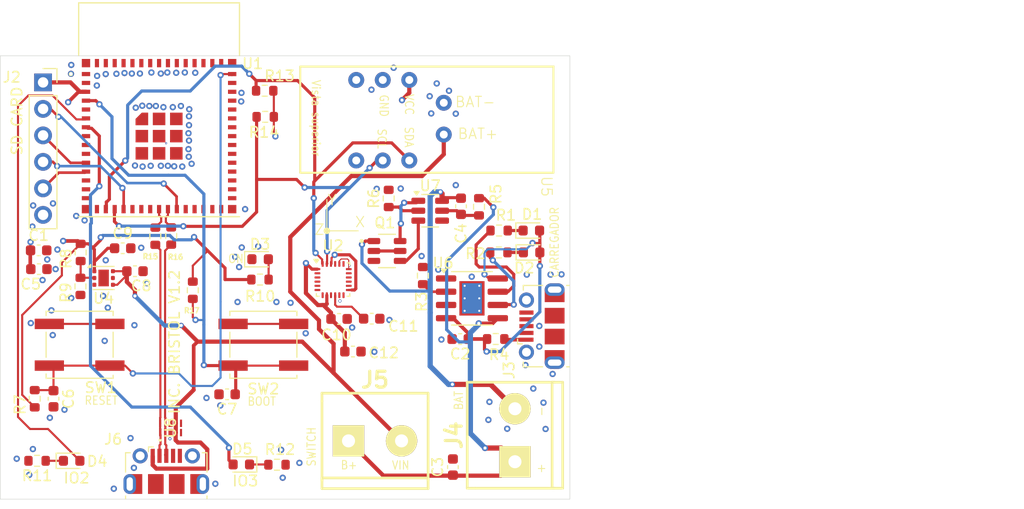
<source format=kicad_pcb>
(kicad_pcb (version 20241229) (generator "pcbnew") (generator_version "9.0")
  (layers (0 "F.Cu" jumper) (4 "In1.Cu" power "OUT-") (6 "In2.Cu" power "3V3") (2 "B.Cu" signal) (13 "F.Paste" user) (15 "B.Paste" user) (5 "F.SilkS" user "F.Silkscreen") (7 "B.SilkS" user "B.Silkscreen") (1 "F.Mask" user) (3 "B.Mask" user) (25 "Edge.Cuts" user))
  (net 0 "")
  (net 1 "/3V3")
  (net 2 "OUT-")
  (net 3 "/VBUSBAT")
  (net 4 "B+")
  (net 5 "Net-(U7-VCC)")
  (net 6 "B-")
  (net 7 "/ESP32_EN")
  (net 8 "/GPIO_0")
  (net 9 "VIN")
  (net 10 "Net-(U2-REGOUT)")
  (net 11 "Net-(D1-K)")
  (net 12 "Net-(D2-K)")
  (net 13 "Net-(D3-A)")
  (net 14 "/ESP_LED_1")
  (net 15 "Net-(D4-K)")
  (net 16 "Net-(D5-K)")
  (net 17 "/ESP_LED_2")
  (net 18 "/USB_N")
  (net 19 "/USB_P")
  (net 20 "/MISO")
  (net 21 "/CLK")
  (net 22 "/MOSI")
  (net 23 "/CS")
  (net 27 "Net-(J3-VBUS)")
  (net 28 "Net-(U7-OC)")
  (net 29 "Net-(U7-OD)")
  (net 30 "/CHRG")
  (net 31 "/STDBY")
  (net 32 "Net-(U6-PROG)")
  (net 33 "Net-(U7-CS)")
  (net 34 "Net-(U4-FB)")
  (net 35 "/SDA")
  (net 36 "/SCL")
  (net 73 "Net-(Q1-Pad2)")
  (net 77 "/IN_N")
  (net 78 "/IN_P")
  (footprint "Capacitor_SMD:C_0603_1608Metric" (layer "F.Cu") (at 84.35 134.575)
    (property "Reference" "C10")
    (property "Value" "0,1uF" (hide yes))
  )
  (footprint "Capacitor_SMD:C_0603_1608Metric" (layer "F.Cu") (at 73.625 141.8 180)
    (property "Reference" "C7")
    (property "Value" "0,1uF" (hide yes))
  )
  (footprint "Resistor_SMD:R_0603_1608Metric" (layer "F.Cu") (at 97.75 123.825 -90)
    (property "Reference" "R5")
    (property "Value" "100" (hide yes))
  )
  (footprint "Sensor_Motion:InvenSense_QFN-24_3x3mm_P0.4mm" (layer "F.Cu") (at 83.775 130.8)
    (property "Reference" "U2")
    (property "Value" "MPU-9250" (hide yes))
  )
  (footprint "Resistor_SMD:R_0603_1608Metric" (layer "F.Cu") (at 77.275 115.2)
    (property "Reference" "R14")
    (property "Value" "4,7K" (hide yes))
  )
  (footprint "LED_SMD:LED_0603_1608Metric" (layer "F.Cu") (at 58.7375 148.175)
    (property "Reference" "D4")
    (property "Value" "BLUE" (hide yes))
  )
  (footprint "Resistor_SMD:R_0603_1608Metric" (layer "F.Cu") (at 55.425 148.175 180)
    (property "Reference" "R11")
    (property "Value" "1K" (hide yes))
  )
  (footprint "Package_SO:SOIC-8-1EP_3.9x4.9mm_P1.27mm_EP2.41x3.3mm_ThermalVias" (layer "F.Cu") (at 97.075 132.6)
    (property "Reference" "U6")
    (property "Value" "TP4056-42-ESOP8" (hide yes))
  )
  (footprint "Button_Switch_SMD:SW_Push_1P1T_NO_CK_KSC6xxJ" (layer "F.Cu") (at 77.1 137.05)
    (property "Reference" "SW2")
    (property "Value" "BOOT1" (hide yes))
  )
  (footprint "Resistor_SMD:R_0603_1608Metric" (layer "F.Cu") (at 59.579477 131.451958 -90)
    (property "Reference" "R9")
    (property "Value" "200K" (hide yes))
  )
  (footprint "Resistor_SMD:R_0603_1608Metric" (layer "F.Cu") (at 77.225 112.7)
    (property "Reference" "R13")
    (property "Value" "4,7K" (hide yes))
  )
  (footprint "Button_Switch_SMD:SW_Push_1P1T_NO_CK_KSC6xxJ" (layer "F.Cu") (at 59.5 137.05)
    (property "Reference" "SW1")
    (property "Value" "RESET1" (hide yes))
  )
  (footprint "Connector_USB:USB_Micro-B_Molex-105017-0001" (layer "F.Cu") (at 67.8 149.1625)
    (property "Reference" "J6")
    (property "Value" "USB_B_Micro" (hide yes))
  )
  (footprint "Resistor_SMD:R_0603_1608Metric" (layer "F.Cu") (at 78.4 148.55)
    (property "Reference" "R12")
    (property "Value" "1K" (hide yes))
  )
  (footprint "Resistor_SMD:R_0603_1608Metric" (layer "F.Cu") (at 99.65 128.2)
    (property "Reference" "R2")
    (property "Value" "1K" (hide yes))
  )
  (footprint "MAX17043_module:MAX" (layer "F.Cu") (at 149.715 133.762 -90)
    (property "Reference" "U5")
    (property "Value" "~" (hide yes))
  )
  (footprint "Connector_USB:USB_Micro-B_Molex-105017-0001" (layer "F.Cu") (at 103.7555 135.264 90)
    (property "Reference" "J3")
    (property "Value" "USB_B_Micro" (hide yes))
  )
  (footprint "Resistor_SMD:R_0603_1608Metric" (layer "F.Cu") (at 92.375 130.425 90)
    (property "Reference" "R3")
    (property "Value" "3K" (hide yes))
  )
  (footprint "Capacitor_SMD:C_0603_1608Metric" (layer "F.Cu") (at 55.5775 128)
    (property "Reference" "C1")
    (property "Value" "0,1uF" (hide yes))
  )
  (footprint "Package_SON:WSON-6-1EP_2x2mm_P0.65mm_EP1x1.6mm" (layer "F.Cu") (at 61.8 130.65)
    (property "Reference" "U4")
    (property "Value" "TLV75801PDRV" (hide yes))
  )
  (footprint "LED_SMD:LED_0603_1608Metric" (layer "F.Cu") (at 74.9875 148.525 180)
    (property "Reference" "D5")
    (property "Value" "GREEN" (hide yes))
  )
  (footprint "Capacitor_SMD:C_0603_1608Metric" (layer "F.Cu") (at 85.675 137.7)
    (property "Reference" "C12")
    (property "Value" "10nF" (hide yes))
  )
  (footprint "Connector_PinSocket_2.54mm:PinSocket_1x06_P2.54mm_Vertical" (layer "F.Cu") (at 56 111.9)
    (property "Reference" "J2")
    (property "Value" "Conn_01x06_Socket" (hide yes))
  )
  (footprint "Capacitor_SMD:C_0603_1608Metric" (layer "F.Cu") (at 63.625 127.8)
    (property "Reference" "C9")
    (property "Value" "10uF" (hide yes))
  )
  (footprint "footprints:UDFN10_ONS" (layer "F.Cu") (at 68.210001 145.0245 90)
    (property "Reference" "U8")
    (property "Value" "ESD7104MUTAG")
  )
  (footprint "mod_conn_screw:mors_2p" (layer "F.Cu") (at 87.793 146.264)
    (property "Reference" "J5")
    (property "Value" "Screw terminal for switch" (hide yes))
  )
  (footprint "Capacitor_SMD:C_0603_1608Metric" (layer "F.Cu") (at 55.6 129.8)
    (property "Reference" "C5")
    (property "Value" "10uF" (hide yes))
  )
  (footprint "Resistor_SMD:R_0603_1608Metric" (layer "F.Cu") (at 70.34 131.825 -90)
    (property "Reference" "R17")
    (property "Value" "10K" (hide yes))
  )
  (footprint "Resistor_SMD:R_0603_1608Metric" (layer "F.Cu") (at 76.775 130.8)
    (property "Reference" "R10")
    (property "Value" "1K" (hide yes))
  )
  (footprint "Resistor_SMD:R_0603_1608Metric" (layer "F.Cu") (at 99.675 126.1)
    (property "Reference" "R1")
    (property "Value" "1K" (hide yes))
  )
  (footprint "mod_conn_screw:mors_2p" (layer "F.Cu") (at 101.193 145.724 90)
    (property "Reference" "J4")
    (property "Value" "Screw_Terminal_01x02" (hide yes))
  )
  (footprint "Capacitor_SMD:C_0603_1608Metric" (layer "F.Cu") (at 87.475 134.55)
    (property "Reference" "C11")
    (property "Value" "0,1uF" (hide yes))
  )
  (footprint "LED_SMD:LED_0603_1608Metric" (layer "F.Cu") (at 102.7625 126.1)
    (property "Reference" "D1")
    (property "Value" "RED" (hide yes))
  )
  (footprint "FS8205:SOT95P280X145-6N" (layer "F.Cu") (at 88.94 128.06)
    (property "Reference" "Q1")
    (property "Value" "FS8205" (hide yes))
  )
  (footprint "Capacitor_SMD:C_0603_1608Metric" (layer "F.Cu") (at 95.95 136.5 180)
    (property "Reference" "C2")
    (property "Value" "0,1uF")
  )
  (footprint "Resistor_SMD:R_0603_1608Metric" (layer "F.Cu") (at 66.75 126.645 -90)
    (property "Reference" "R15")
    (property "Value" "22r" (hide yes))
  )
  (footprint "Resistor_SMD:R_0603_1608Metric" (layer "F.Cu") (at 59.6 128.2 -90)
    (property "Reference" "R8")
    (property "Value" "1M" (hide yes))
  )
  (footprint "ESP32-S3-MINI-1-N8:XCVR_ESP32-S3-MINI-1-N8" (layer "F.Cu") (at 67.11 117.05)
    (property "Reference" "U1")
    (property "Value" "ESP32-S3-MINI-1" (hide yes))
  )
  (footprint "Capacitor_SMD:C_0603_1608Metric" (layer "F.Cu") (at 57 142.225 -90)
    (property "Reference" "C6")
    (property "Value" "0,1uF" (hide yes))
  )
  (footprint "Capacitor_SMD:C_0603_1608Metric" (layer "F.Cu") (at 95.25 148.775 -90)
    (property "Reference" "C3")
    (property "Value" "10uF" (hide yes))
  )
  (footprint "Capacitor_SMD:C_0603_1608Metric" (layer "F.Cu") (at 96.025 123.775 90)
    (property "Reference" "C4")
    (property "Value" "0,1uF" (hide yes))
  )
  (footprint "Resistor_SMD:R_0603_1608Metric" (layer "F.Cu") (at 55.2 142.225 90)
    (property "Reference" "R7")
    (property "Value" "10K" (hide yes))
  )
  (footprint "LED_SMD:LED_0603_1608Metric" (layer "F.Cu") (at 102.7875 128.2)
    (property "Reference" "D2")
    (property "Value" "GREEN" (hide yes))
  )
  (footprint "Resistor_SMD:R_0603_1608Metric" (layer "F.Cu") (at 89.1 123.025 90)
    (property "Reference" "R6")
    (property "Value" "1K" (hide yes))
  )
  (footprint "Resistor_SMD:R_0603_1608Metric" (layer "F.Cu") (at 68.27 126.625 -90)
    (property "Reference" "R16")
    (property "Value" "22r" (hide yes))
  )
  (footprint "LED_SMD:LED_0603_1608Metric" (layer "F.Cu") (at 76.7875 128.85)
    (property "Reference" "D3")
    (property "Value" "LED" (hide yes))
  )
  (footprint "Package_TO_SOT_SMD:SOT-23-6" (layer "F.Cu") (at 93.075 124.2)
    (property "Reference" "U7")
    (property "Value" "DW01A" (hide yes))
  )
  (footprint "Capacitor_SMD:C_0603_1608Metric" (layer "F.Cu") (at 64.8 130)
    (property "Reference" "C8")
    (property "Value" "10uF" (hide yes))
  )
  (footprint "Resistor_SMD:R_0603_1608Metric" (layer "F.Cu") (at 99.35 136.5 180)
    (property "Reference" "R4")
    (property "Value" "0.4" (hide yes))
  )
  (gr_line (start 86.18 126.13) (end 83.18 126.13) (stroke (width 0.1)) (layer "F.SilkS"))
  (gr_circle (center 83.18 126.13) (end 83.44 126.13) (stroke (width 0.1)) (fill yes) (layer "F.SilkS"))
  (gr_line (start 83.18 126.13) (end 83.18 123.13) (stroke (width 0.1)) (layer "F.SilkS"))
  (gr_rect (start 51.9 109.35) (end 106.453584 151.851704) (stroke (width 0.05)) (fill no) (layer "Edge.Cuts"))
  (gr_text "BAT\n" (at 96.275 143.375 90) (layer "F.SilkS") (effects (font (size 0.8 0.7) (thickness 0.1)) (justify left bottom)))
  (gr_text "Y" (at 83.18 123.76103 0) (layer "F.SilkS") (effects (font (size 1 1) (thickness 0.1)) (justify left bottom)))
  (gr_text "ON" (at 73.675 129.275 0) (layer "F.SilkS") (effects (font (size 0.8 0.7) (thickness 0.1)) (justify left bottom)))
  (gr_text "-\n" (at 104.175 144 90) (layer "F.SilkS") (effects (font (size 0.8 0.8) (thickness 0.1)) (justify left bottom)))
  (gr_text "Z" (at 81.925 126.596201 0) (layer "F.SilkS") (effects (font (size 1 1) (thickness 0.1)) (justify left bottom)))
  (gr_text "INC. BRISTOL V1.2" (at 68.58 136.78 90) (layer "F.SilkS") (effects (font (size 1 1))))
  (gr_text "SD CARD" (at 53.5 115.59 90) (layer "F.SilkS") (effects (font (size 1 1))))
  (gr_text "RESET" (at 59.919332 142.861765 0) (layer "F.SilkS") (effects (font (size 0.8 0.7) (thickness 0.1)) (justify left bottom)))
  (gr_text "+\n" (at 104.15 149.475 90) (layer "F.SilkS") (effects (font (size 0.8 0.8) (thickness 0.1)) (justify left bottom)))
  (gr_text "SWITCH" (at 82.175 148.775 90) (layer "F.SilkS") (effects (font (size 0.8 0.7) (thickness 0.1)) (justify left bottom)))
  (gr_text "IO3" (at 75.37 150.11 0) (layer "F.SilkS") (effects (font (size 1 1))))
  (gr_text "VIN" (at 89.35 149.075 0) (layer "F.SilkS") (effects (font (size 0.8 0.7) (thickness 0.1)) (justify left bottom)))
  (gr_text "IO2\n" (at 59.21 149.83 0) (layer "F.SilkS") (effects (font (size 1 1))))
  (gr_text "CARREGADOR" (at 105.45 130.68 90) (layer "F.SilkS") (effects (font (size 0.8 0.7) (thickness 0.1)) (justify left bottom)))
  (gr_text "B+\n" (at 84.45 149.05 0) (layer "F.SilkS") (effects (font (size 0.8 0.7) (thickness 0.1)) (justify left bottom)))
  (gr_text "X" (at 85.82 125.87 0) (layer "F.SilkS") (effects (font (size 1 1) (thickness 0.1)) (justify left bottom)))
  (gr_text "BOOT\n" (at 75.525 142.95 0) (layer "F.SilkS") (effects (font (size 0.8 0.7) (thickness 0.1)) (justify left bottom)))
  (segment (start 58.626386 111.9) (end 56 111.9) (width 0.4) (layer "F.Cu") (net 1))
  (segment (start 91.073 112.902) (end 90.375 113.6) (width 0.4) (layer "F.Cu") (net 1))
  (segment (start 60.375 127.375) (end 59.6 127.375) (width 0.3) (layer "F.Cu") (net 1))
  (segment (start 78.1 112.75) (end 78.05 112.7) (width 0.2) (layer "F.Cu") (net 1))
  (segment (start 84.9 137.7) (end 84.9 135.9) (width 0.4) (layer "F.Cu") (net 1))
  (segment (start 60.9125 130) (end 60.9125 129.0875) (width 0.3) (layer "F.Cu") (net 1))
  (segment (start 60.9125 129.0875) (end 62.2 127.8) (width 0.3) (layer "F.Cu") (net 1))
  (segment (start 59.301386 112.898614) (end 58.4 113.8) (width 0.35) (layer "F.Cu") (net 1))
  (segment (start 55.2 143.05) (end 54 141.85) (width 0.2) (layer "F.Cu") (net 1))
  (segment (start 70.34 129.47) (end 71.77 128.04) (width 0.2) (layer "F.Cu") (net 1))
  (segment (start 54.775 128.0225) (end 54.775 127.225) (width 0.2) (layer "F.Cu") (net 1))
  (segment (start 83.175 132.3) (end 83.175 133.125) (width 0.3) (layer "F.Cu") (net 1))
  (segment (start 60.9125 130) (end 60.9125 127.9125) (width 0.3) (layer "F.Cu") (net 1))
  (segment (start 60.7625 127.7625) (end 60.375 127.375) (width 0.3) (layer "F.Cu") (net 1))
  (segment (start 85.275 131.8) (end 85.55 131.8) (width 0.2) (layer "F.Cu") (net 1))
  (segment (start 78.1 115.2) (end 78.1 112.75) (width 0.2) (layer "F.Cu") (net 1))
  (segment (start 78.1 116.925) (end 78.25 117.075) (width 0.2) (layer "F.Cu") (net 1))
  (segment (start 54.775 127.225) (end 54.8 127.2) (width 0.2) (layer "F.Cu") (net 1))
  (segment (start 73.425 130.8) (end 75.95 130.8) (width 0.3) (layer "F.Cu") (net 1))
  (segment (start 82.85 133.25) (end 83.575 133.975) (width 0.4) (layer "F.Cu") (net 1))
  (segment (start 73.425 129.695) (end 71.77 128.04) (width 0.3) (layer "F.Cu") (net 1))
  (segment (start 85.55 131.8) (end 85.82 131.8) (width 0.3) (layer "F.Cu") (net 1))
  (segment (start 81.75 129.8) (end 81.175 129.225) (width 0.3) (layer "F.Cu") (net 1))
  (segment (start 73.425 130.8) (end 73.425 129.695) (width 0.3) (layer "F.Cu") (net 1))
  (segment (start 57.925 127.1) (end 59.325 127.1) (width 0.35) (layer "F.Cu") (net 1))
  (segment (start 85.95 131.67) (end 85.95 129.025) (width 0.3) (layer "F.Cu") (net 1))
  (segment (start 61.525 127) (end 60.7625 127.7625) (width 0.3) (layer "F.Cu") (net 1))
  (segment (start 60.11 112.8) (end 60.085905 112.824095) (width 0.35) (layer "F.Cu") (net 1))
  (segment (start 84.9 135.9) (end 83.575 134.575) (width 0.4) (layer "F.Cu") (net 1))
  (segment (start 60.11 112.8) (end 59.526386 112.8) (width 0.4) (layer "F.Cu") (net 1))
  (segment (start 57.8 129.175) (end 59.6 127.375) (width 0.2) (layer "F.Cu") (net 1))
  (segment (start 59.325 127.1) (end 59.6 127.375) (width 0.35) (layer "F.Cu") (net 1))
  (segment (start 83.93001 128.427246) (end 83.626 128.731256) (width 0.2) (layer "F.Cu") (net 1))
  (segment (start 70.34 131) (end 70.34 129.47) (width 0.2) (layer "F.Cu") (net 1))
  (segment (start 85.95 129.025) (end 85.352246 128.427246) (width 0.3) (layer "F.Cu") (net 1))
  (segment (start 82.275 129.8) (end 81.75 129.8) (width 0.3) (layer "F.Cu") (net 1))
  (segment (start 82.8 133.25) (end 82.7 133.25) (width 0.4) (layer "F.Cu") (net 1))
  (segment (start 83.05 133.25) (end 82.8 133.25) (width 0.4) (layer "F.Cu") (net 1))
  (segment (start 54 141.85) (end 54 134.2) (width 0.2) (layer "F.Cu") (net 1))
  (segment (start 54 134.2) (end 57.8 130.4) (width 0.2) (layer "F.Cu") (net 1))
  (segment (start 91.073 111.664) (end 91.073 112.902) (width 0.4) (layer "F.Cu") (net 1))
  (segment (start 82.7 133.25) (end 82.325 133.25) (width 0.4) (layer "F.Cu") (net 1))
  (segment (start 57.8 130.4) (end 57.8 129.175) (width 0.2) (layer "F.Cu") (net 1))
  (segment (start 83.575 133.975) (end 83.575 134.575) (width 0.4) (layer "F.Cu") (net 1))
  (segment (start 82.8 133.25) (end 82.85 133.25) (width 0.2) (layer "F.Cu") (net 1))
  (segment (start 83.175 133.125) (end 83.05 133.25) (width 0.4) (layer "F.Cu") (net 1))
  (segment (start 81.175 132.1) (end 81.175 129.225) (width 0.4) (layer "F.Cu") (net 1))
  (segment (start 85.352246 128.427246) (end 83.93001 128.427246) (width 0.3) (layer "F.Cu") (net 1))
  (segment (start 62.2 127.8) (end 62.85 127.8) (width 0.3) (layer "F.Cu") (net 1))
  (segment (start 59.526386 112.8) (end 58.626386 111.9) (width 0.4) (layer "F.Cu") (net 1))
  (segment (start 60.9125 127.9125) (end 60.7625 127.7625) (width 0.3) (layer "F.Cu") (net 1))
  (segment (start 54.775 128.0225) (end 54.7525 128) (width 0.2) (layer "F.Cu") (net 1))
  (segment (start 83.626 128.731256) (end 83.626 129.3) (width 0.2) (layer "F.Cu") (net 1))
  (segment (start 61.525 126.75) (end 61.525 127) (width 0.2) (layer "F.Cu") (net 1))
  (segment (start 54.775 129.8) (end 54.775 128.0225) (width 0.35) (layer "F.Cu") (net 1))
  (segment (start 78.1 115.2) (end 78.1 116.925) (width 0.2) (layer "F.Cu") (net 1))
  (segment (start 71.77 128.04) (end 70.46 126.73) (width 0.3) (layer "F.Cu") (net 1))
  (segment (start 82.325 133.25) (end 81.175 132.1) (width 0.4) (layer "F.Cu") (net 1))
  (segment (start 85.82 131.8) (end 85.95 131.67) (width 0.3) (layer "F.Cu") (net 1))
  (via (at 78.25 117.075) (size 0.6) (drill 0.3) (layers "F.Cu" "B.Cu") (net 1))
  (via (at 61.525 126.75) (size 0.6) (drill 0.3) (layers "F.Cu" "B.Cu") (net 1))
  (via (at 58.4 113.8) (size 0.6) (drill 0.3) (layers "F.Cu" "B.Cu") (net 1))
  (via (at 81.175 129.225) (size 0.6) (drill 0.3) (layers "F.Cu" "B.Cu") (net 1))
  (via (at 90.375 113.6) (size 0.6) (drill 0.3) (layers "F.Cu" "B.Cu") (net 1))
  (via (at 70.46 126.73) (size 0.6) (drill 0.3) (layers "F.Cu" "B.Cu") (net 1))
  (via (at 83.93001 128.427246) (size 0.6) (drill 0.3) (layers "F.Cu" "B.Cu") (net 1))
  (via (at 57.925 127.1) (size 0.6) (drill 0.3) (layers "F.Cu" "B.Cu") (net 1))
  (via (at 54.8 127.2) (size 0.6) (drill 0.3) (layers "F.Cu" "B.Cu") (net 1))
  (segment (start 68.14 126.57) (end 68.56 126.99) (width 0.3) (layer "B.Cu") (net 1))
  (segment (start 61.705 126.57) (end 68.14 126.57) (width 0.3) (layer "B.Cu") (net 1))
  (segment (start 61.525 126.75) (end 61.705 126.57) (width 0.3) (layer "B.Cu") (net 1))
  (segment (start 68.56 126.99) (end 70.2 126.99) (width 0.3) (layer "B.Cu") (net 1))
  (segment (start 70.2 126.99) (end 70.46 126.73) (width 0.3) (layer "B.Cu") (net 1))
  (segment (start 84.375 129.003246) (end 84.55 128.828246) (width 0.1) (layer "F.Cu") (net 2))
  (segment (start 85.158246 128.828246) (end 85.275 128.945) (width 0.1) (layer "F.Cu") (net 2))
  (segment (start 84.375 129.3) (end 84.375 129.003246) (width 0.1) (layer "F.Cu") (net 2))
  (segment (start 84.55 128.828246) (end 85.158246 128.828246) (width 0.1) (layer "F.Cu") (net 2))
  (segment (start 85.275 128.945) (end 85.275 129.8) (width 0.1) (layer "F.Cu") (net 2))
  (segment (start 74.2 135.05) (end 80 135.05) (width 0.2) (layer "F.Cu") (net 2))
  (segment (start 56.6 135.05) (end 62.4 135.05) (width 0.2) (layer "F.Cu") (net 2))
  (via (at 61.9 136.675) (size 0.6) (drill 0.3) (layers "F.Cu" "B.Cu") (net 2))
  (via (at 68.15 146.06) (size 0.3) (drill 0.15) (layers "F.Cu" "B.Cu") (net 2))
  (via (at 87.45 112.6) (size 0.6) (drill 0.3) (layers "F.Cu" "B.Cu") (net 2))
  (via (at 54.975 125.725) (size 0.6) (drill 0.3) (layers "F.Cu" "B.Cu") (net 2))
  (via (at 55.05 123.7) (size 0.6) (drill 0.3) (layers "F.Cu" "B.Cu") (net 2))
  (via (at 61.15 112.2) (size 0.6) (drill 0.3) (layers "F.Cu" "B.Cu") (net 2))
  (via (at 69.95 119.025) (size 0.6) (drill 0.3) (layers "F.Cu" "B.Cu") (net 2))
  (via (at 61.75 132.375) (size 0.6) (drill 0.3) (layers "F.Cu" "B.Cu") (net 2))
  (via (at 57.375 127.925) (size 0.6) (drill 0.3) (layers "F.Cu" "B.Cu") (net 2))
  (via (at 85.6 135.4) (size 0.6) (drill 0.3) (layers "F.Cu" "B.Cu") (net 2))
  (via (at 65.53 119.97) (size 0.6) (drill 0.3) (layers "F.Cu" "B.Cu") (net 2))
  (via (at 64.5 111.05) (size 0.6) (drill 0.3) (layers "F.Cu" "B.Cu") (net 2))
  (via (at 89.575 110.5) (size 0.6) (drill 0.3) (layers "F.Cu" "B.Cu") (net 2))
  (via (at 69.925 118.3) (size 0.6) (drill 0.3) (layers "F.Cu" "B.Cu") (net 2))
  (via (at 65.4 127.75) (size 0.6) (drill 0.3) (layers "F.Cu" "B.Cu") (net 2))
  (via (at 75.35 124.05) (size 0.6) (drill 0.3) (layers "F.Cu" "B.Cu") (net 2))
  (via (at 63.025 111.075) (size 0.6) (drill 0.3) (layers "F.Cu" "B.Cu") (net 2))
  (via (at 95.525 114.9) (size 0.6) (drill 0.3) (layers "F.Cu" "B.Cu") (net 2))
  (via (at 67.275 111.05) (size 0.6) (drill 0.3) (layers "F.Cu" "B.Cu") (net 2))
  (via (at 67.28 119.895) (size 0.6) (drill 0.3) (layers "F.Cu" "B.Cu") (net 2))
  (via (at 75 112.9) (size 0.6) (drill 0.3) (layers "F.Cu" "B.Cu") (net 2))
  (via (at 94.875 112.7) (size 0.6) (drill 0.3) (layers "F.Cu" "B.Cu") (net 2))
  (via (at 103.525 137.225) (size 0.6) (drill 0.3) (layers "F.Cu" "B.Cu") (net 2))
  (via (at 69.925 116.775) (size 0.6) (drill 0.3) (layers "F.Cu" "B.Cu") (net 2))
  (via (at 75.025 127.725) (size 0.6) (drill 0.3) (layers "F.Cu" "B.Cu") (net 2))
  (via (at 53.475 147.975) (size 0.6) (drill 0.3) (layers "F.Cu" "B.Cu") (net 2))
  (via (at 56.65 144.05) (size 0.6) (drill 0.3) (layers "F.Cu" "B.Cu") (net 2))
  (via (at 98.75 142.525) (size 0.6) (drill 0.3) (layers "F.Cu" "B.Cu") (net 2))
  (via (at 93.7 112) (size 0.6) (drill 0.3) (layers "F.Cu" "B.Cu") (net 2))
  (via (at 65.275 111.05) (size 0.6) (drill 0.3) (layers "F.Cu" "B.Cu") (net 2))
  (via (at 70.575 110.975) (size 0.6) (drill 0.3) (layers "F.Cu" "B.Cu") (net 2))
  (via (at 58.7 110.225) (size 0.6) (drill 0.3) (layers "F.Cu" "B.Cu") (net 2))
  (via (at 58.7 132.575) (size 0.6) (drill 0.3) (layers "F.Cu" "B.Cu") (net 2))
  (via (at 84.43 132.85) (size 0.3) (drill 0.2) (layers "F.Cu" "B.Cu") (net 2))
  (via (at 69.575 110.95) (size 0.6) (drill 0.3) (layers "F.Cu" "B.Cu") (net 2))
  (via (at 61.175 111.275) (size 0.6) (drill 0.3) (layers "F.Cu" "B.Cu") (net 2))
  (via (at 98.65 144.25) (size 0.6) (drill 0.3) (layers "F.Cu" "B.Cu") (net 2))
  (via (at 62.775 150.85) (size 0.6) (drill 0.3) (layers "F.Cu" "B.Cu") (net 2))
  (via (at 55.95 130.85) (size 0.6) (drill 0.3) (layers "F.Cu" "B.Cu") (net 2))
  (via (at 58.675 111.075) (size 0.6) (drill 0.3) (layers "F.Cu" "B.Cu") (net 2))
  (via (at 56.4 128.875) (size 0.6) (drill 0.3) (layers "F.Cu" "B.Cu") (net 2))
  (via (at 54.675 149.525) (size 0.6) (drill 0.3) (layers "F.Cu" "B.Cu") (net 2))
  (via (at 56.925 136.125) (size 0.6) (drill 0.3) (layers "F.Cu" "B.Cu") (net 2))
  (via (at 67.955 119.895) (size 0.6) (drill 0.3) (layers "F.Cu" "B.Cu") (net 2))
  (via (at 74.975 113.725) (size 0.6) (drill 0.3) (layers "F.Cu" "B.Cu") (net 2))
  (via (at 94.15 136.55) (size 0.6) (drill 0.3) (layers "F.Cu" "B.Cu") (net 2))
  (via (at 78.35 132.95) (size 0.6) (drill 0.3) (layers "F.Cu" "B.Cu") (net 2))
  (via (at 65.5 114.135) (size 0.6) (drill 0.3) (layers "F.Cu" "B.Cu") (net 2))
  (via (at 54.825 134.975) (size 0.6) (drill 0.3) (layers "F.Cu" "B.Cu") (net 2))
  (via (at 85.375 129.45) (size 0.2) (drill 0.1) (layers "F.Cu" "B.Cu") (net 2))
  (via (at 59.975 125.125) (size 0.6) (drill 0.3) (layers "F.Cu" "B.Cu") (net 2))
  (via (at 74.775 129.6) (size 0.6) (drill 0.3) (layers "F.Cu" "B.Cu") (net 2))
  (via (at 69.33 119.97) (size 0.6) (drill 0.3) (layers "F.Cu" "B.Cu") (net 2))
  (via (at 93.025 113.225) (size 0.6) (drill 0.3) (layers "F.Cu" "B.Cu") (net 2))
  (via (at 59.175 124.7) (size 0.6) (drill 0.3) (layers "F.Cu" "B.Cu") (net 2))
  (via (at 105.65 130.3) (size 0.6) (drill 0.3) (layers "F.Cu" "B.Cu") (net 2))
  (via (at 80.55 148.375) (size 0.6) (drill 0.3) (layers "F.Cu" "B.Cu") (net 2))
  (via (at 64.7 148.85) (size 0.6) (drill 0.3) (layers "F.Cu" "B.Cu") (net 2))
  (via (at 87.95 122.1) (size 0.6) (drill 0.3) (layers "F.Cu" "B.Cu") (net 2))
  (via (at 89.175 134.675) (size 0.6) (drill 0.3) (layers "F.Cu" "B.Cu") (net 2))
  (via (at 58.05 143.275) (size 0.6) (drill 0.3) (layers "F.Cu" "B.Cu") (net 2))
  (via (at 71.65 142.15) (size 0.6) (drill 0.3) (layers "F.Cu" "B.Cu") (net 2))
  (via (at 67.525 114.275) (size 0.6) (drill 0.3) (layers "F.Cu" "B.Cu") (net 2))
  (via (at 70.225 119.7) (size 0.6) (drill 0.3) (layers "F.Cu" "B.Cu") (net 2))
  (via (at 102.95 141.25) (size 0.6) (drill 0.3) (layers "F.Cu" "B.Cu") (net 2))
  (via (at 104.125 145.125) (size 0.6) (drill 0.3) (layers "F.Cu" "B.Cu") (net 2))
  (via (at 95.525 121.75) (size 0.6) (drill 0.3) (layers "F.Cu" "B.Cu") (net 2))
  (via (at 63.8 111) (size 0.6) (drill 0.3) (layers "F.Cu" "B.Cu") (net 2))
  (via (at 65.95 131.15) (size 0.6) (drill 0.3) (layers "F.Cu" "B.Cu") (net 2))
  (via (at 68.425 114.275) (size 0.6) (drill 0.3) (layers "F.Cu" "B.Cu") (net 2))
  (via (at 72.5 150.375) (size 0.6) (drill 0.3) (layers "F.Cu" "B.Cu") (net 2))
  (via (at 68.555 119.945) (size 0.6) (drill 0.3) (layers "F.Cu" "B.Cu") (net 2))
  (via (at 93.85 129.85) (size 0.6) (drill 0.3) (layers "F.Cu" "B.Cu") (net 2))
  (via (at 104.6 130.325) (size 0.6) (drill 0.3) (layers "F.Cu" "B.Cu") (net 2))
  (via (at 93.175 114.875) (size 0.6) (drill 0.3) (layers "F.Cu" "B.Cu") (net 2))
  (via (at 69.2 114.16) (size 0.6) (drill 0.3) (layers "F.Cu" "B.Cu") (net 2))
  (via (at 92.25 128.55) (size 0.6) (drill 0.3) (layers "F.Cu" "B.Cu") (net 2))
  (via (at 62.2 133.5) (size 0.6) (drill 0.3) (layers "F.Cu" "B.Cu") (net 2))
  (via (at 74.625 132.95) (size 0.6) (drill 0.3) (layers "F.Cu" "B.Cu") (net 2))
  (via (at 72.975 142.875) (size 0.6) (drill 0.3) (layers "F.Cu" "B.Cu") (net 2))
  (via (at 87.725 137.725) (size 0.6) (drill 0.3) (layers "F.Cu" "B.Cu") (net 2))
  (via (at 69.975 117.475) (size 0.6) (drill 0.3) (layers "F.Cu" "B.Cu") (net 2))
  (via (at 78.8 147.125) (size 0.6) (drill 0.3) (layers "F.Cu" "B.Cu") (net 2))
  (via (at 103.925 142.6) (size 0.6) (drill 0.3) (layers "F.Cu" "B.Cu") (net 2))
  (via (at 69.975 116) (size 0.6) (drill 0.3) (layers "F.Cu" "B.Cu") (net 2))
  (via (at 57.2 129.8) (size 0.6) (drill 0.3) (layers "F.Cu" "B.Cu") (net 2))
  (via (at 66.305 119.895) (size 0.6) (drill 0.3) (layers "F.Cu" "B.Cu") (net 2))
  (via (at 62 111.1) (size 0.6) (drill 0.3) (layers "F.Cu" "B.Cu") (net 2))
  (via (at 102.325 130.325) (size 0.6) (drill 0.3) (layers "F.Cu" "B.Cu") (net 2))
  (via (at 79.7 133.025) (size 0.6) (drill 0.3) (layers "F.Cu" "B.Cu") (net 2))
  (via (at 67.78 117.73) (size 0.2) (drill 0.1) (layers "F.Cu" "B.Cu") (net 2))
  (via (at 64.375 146) (size 0.6) (drill 0.3) (layers "F.Cu" "B.Cu") (net 2))
  (via (at 56.8 133.75) (size 0.6) (drill 0.3) (layers "F.Cu" "B.Cu") (net 2))
  (via (at 66.175 114.16) (size 0.6) (drill 0.3) (layers "F.Cu" "B.Cu") (net 2))
  (via (at 66.8 114.16) (size 0.6) (drill 0.3) (layers "F.Cu" "B.Cu") (net 2))
  (via (at 102.2 139) (size 0.6) (drill 0.3) (layers "F.Cu" "B.Cu") (net 2))
  (via (at 66.375 110.95) (size 0.6) (drill 0.3) (layers "F.Cu" "B.Cu") (net 2))
  (via (at 68.75 110.975) (size 0.6) (drill 0.3) (layers "F.Cu" "B.Cu") (net 2))
  (via (at 103.525 135.25) (size 0.6) (drill 0.3) (layers "F.Cu" "B.Cu") (net 2))
  (via (at 62 128.95) (size 0.6) (drill 0.3) (layers "F.Cu" "B.Cu") (net 2))
  (via (at 76.6 127.625) (size 0.6) (drill 0.3) (layers "F.Cu" "B.Cu") (net 2))
  (via (at 74.4 128.625) (size 0.6) (drill 0.3) (layers "F.Cu" "B.Cu") (net 2))
  (via (at 55.025 147.05) (size 0.6) (drill 0.3) (layers "F.Cu" "B.Cu") (net 2))
  (via (at 78.95 149.8) (size 0.6) (drill 0.3) (layers "F.Cu" "B.Cu") (net 2))
  (via (at 67.9 110.95) (size 0.6) (drill 0.3) (layers "F.Cu" "B.Cu") (net 2))
  (via (at 64.875 114.325) (size 0.6) (drill 0.3) (layers "F.Cu" "B.Cu") (net 2))
  (via (at 56.95 123.5) (size 0.6) (drill 0.3) (layers "F.Cu" "B.Cu") (net 2))
  (via (at 81.15 135.95) (size 0.6) (drill 0.3) (layers "F.Cu" "B.Cu") (net 2))
  (via (at 70 114.475) (size 0.6) (drill 0.3) (layers "F.Cu" "B.Cu") (net 2))
  (via (at 104.8 139.85) (size 0.6) (drill 0.3) (layers "F.Cu" "B.Cu") (net 2))
  (via (at 97.05 130.525) (size 0.6) (drill 0.3) (layers "F.Cu" "B.Cu") (net 2))
  (via (at 64.75 135.175) (size 0.6) (drill 0.3) (layers "F.Cu" "B.Cu") (net 2))
  (via (at 64.805 119.87) (size 0.6) (drill 0.3) (layers "F.Cu" "B.Cu") (net 2))
  (via (at 69.975 115.15) (size 0.6) (drill 0.3) (layers "F.Cu" "B.Cu") (net 2))
  (via (at 90.25 122.075) (size 0.6) (drill 0.3) (layers "F.Cu" "B.Cu") (net 2))
  (via (at 100.45 145.1) (size 0.6) (drill 0.3) (layers "F.Cu" "B.Cu") (net 2))
  (segment (start 98.475 137.7) (end 98.275 137.5) (width 0.3) (layer "F.Cu") (net 3))
  (segment (start 103.575 127.3) (end 103.575 126.125) (width 0.3) (layer "F.Cu") (net 3))
  (segment (start 98.275 136.75) (end 98.525 136.5) (width 0.3) (layer "F.Cu") (net 3))
  (segment (start 99.55 130.695) (end 98.67 130.695) (width 0.2) (layer "F.Cu") (net 3))
  (segment (start 95.28 134.505) (end 94.6 134.505) (width 0.35) (layer "F.Cu") (net 3))
  (segment (start 98.275 137.5) (end 98.275 136.75) (width 0.3) (layer "F.Cu") (net 3))
  (segment (start 103.575 128.2) (end 103.575 127.3) (width 0.3) (layer "F.Cu") (net 3))
  (segment (start 96.775 136.5) (end 96.775 136) (width 0.35) (layer "F.Cu") (net 3))
  (segment (start 103.575 128.2) (end 103.575 129.5) (width 0.3) (layer "F.Cu") (net 3))
  (segment (start 98.67 130.695) (end 98.275 130.3) (width 0.2) (layer "F.Cu") (net 3))
  (segment (start 102.875 127.3) (end 103.575 127.3) (width 0.2) (layer "F.Cu") (net 3))
  (segment (start 96.775 136.5) (end 98.525 136.5) (width 0.35) (layer "F.Cu") (net 3))
  (segment (start 103.575 126.125) (end 103.55 126.1) (width 0.3) (layer "F.Cu") (net 3))
  (segment (start 96.775 136) (end 95.28 134.505) (width 0.35) (layer "F.Cu") (net 3))
  (segment (start 96.775 136.5) (end 96.495 136.5) (width 0.35) (layer "F.Cu") (net 3))
  (via (at 98.475 137.7) (size 0.6) (drill 0.3) (layers "F.Cu" "B.Cu") (net 3))
  (via (at 98.275 130.3) (size 0.6) (drill 0.3) (layers "F.Cu" "B.Cu") (net 3))
  (via (at 102.875 127.3) (size 0.6) (drill 0.3) (layers "F.Cu" "B.Cu") (net 3))
  (via (at 103.575 129.5) (size 0.6) (drill 0.3) (layers "F.Cu" "B.Cu") (net 3))
  (segment (start 98.275 128.2) (end 98.575 127.9) (width 0.2) (layer "B.Cu") (net 3))
  (segment (start 103.575 129.5) (end 103.575 133.9) (width 0.3) (layer "B.Cu") (net 3))
  (segment (start 98.575 127.9) (end 102.275 127.9) (width 0.2) (layer "B.Cu") (net 3))
  (segment (start 102.275 127.9) (end 102.875 127.3) (width 0.2) (layer "B.Cu") (net 3))
  (segment (start 101.075 136.4) (end 99.775 137.7) (width 0.3) (layer "B.Cu") (net 3))
  (segment (start 99.775 137.7) (end 98.475 137.7) (width 0.3) (layer "B.Cu") (net 3))
  (segment (start 98.275 130.3) (end 98.275 128.2) (width 0.2) (layer "B.Cu") (net 3))
  (segment (start 103.575 133.9) (end 101.075 136.4) (width 0.3) (layer "B.Cu") (net 3))
  (segment (start 99.055 135) (end 97.725 135) (width 0.35) (layer "F.Cu") (net 4))
  (segment (start 88.589 149.6) (end 85.253 146.264) (width 0.4) (layer "F.Cu") (net 4))
  (segment (start 95.25 149.6) (end 99.857 149.6) (width 0.4) (layer "F.Cu") (net 4))
  (segment (start 95.25 149.6) (end 88.589 149.6) (width 0.4) (layer "F.Cu") (net 4))
  (segment (start 97.75 123) (end 98.25 123) (width 0.3) (layer "F.Cu") (net 4))
  (segment (start 98.325 146.95) (end 99.879 146.95) (width 0.5) (layer "F.Cu") (net 4))
  (segment (start 98.25 123) (end 99.125 123.875) (width 0.3) (layer "F.Cu") (net 4))
  (segment (start 99.857 149.6) (end 101.193 148.264) (width 0.4) (layer "F.Cu") (net 4))
  (segment (start 99.879 146.95) (end 101.193 148.264) (width 0.35) (layer "F.Cu") (net 4))
  (segment (start 99.55 134.505) (end 99.055 135) (width 0.35) (layer "F.Cu") (net 4))
  (via (at 97.725 135) (size 0.6) (drill 0.3) (layers "F.Cu" "B.Cu") (net 4))
  (via (at 98.325 146.95) (size 0.6) (drill 0.3) (layers "F.Cu" "B.Cu") (net 4))
  (via (at 99.125 123.875) (size 0.6) (drill 0.3) (layers "F.Cu" "B.Cu") (net 4))
  (segment (start 94.65 129.05) (end 94.65 135.6) (width 0.3) (layer "B.Cu") (net 4))
  (segment (start 97.725 135.1) (end 97.175 135.65) (width 0.5) (layer "B.Cu") (net 4))
  (segment (start 96.925 135.9) (end 96.925 136.775) (width 0.5) (layer "B.Cu") (net 4))
  (segment (start 95.825 136.775) (end 96.925 136.775) (width 0.3) (layer "B.Cu") (net 4))
  (segment (start 99.125 124.575) (end 94.65 129.05) (width 0.3) (layer "B.Cu") (net 4))
  (segment (start 96.925 136.775) (end 96.925 144.75) (width 0.5) (layer "B.Cu") (net 4))
  (segment (start 94.65 135.6) (end 95.825 136.775) (width 0.3) (layer "B.Cu") (net 4))
  (segment (start 97.175 135.65) (end 96.925 135.9) (width 0.5) (layer "B.Cu") (net 4))
  (segment (start 97.725 135) (end 97.725 135.1) (width 0.35) (layer "B.Cu") (net 4))
  (segment (start 96.925 145.55) (end 98.325 146.95) (width 0.5) (layer "B.Cu") (net 4))
  (segment (start 99.125 123.875) (end 99.125 124.575) (width 0.3) (layer "B.Cu") (net 4))
  (segment (start 96.925 144.75) (end 96.925 145.55) (width 0.5) (layer "B.Cu") (net 4))
  (segment (start 96.025 124.6) (end 95.625 124.2) (width 0.3) (layer "F.Cu") (net 5))
  (segment (start 96.075 124.65) (end 96.025 124.6) (width 0.3) (layer "F.Cu") (net 5))
  (segment (start 97.75 124.65) (end 96.075 124.65) (width 0.3) (layer "F.Cu") (net 5))
  (segment (start 95.625 124.2) (end 94.2125 124.2) (width 0.3) (layer "F.Cu") (net 5))
  (segment (start 86.87 127.11) (end 86.54 127.44) (width 0.3) (layer "F.Cu") (net 6))
  (segment (start 95.2 140.85) (end 98.859 140.85) (width 0.5) (layer "F.Cu") (net 6))
  (segment (start 96.025 122.95) (end 94.5125 122.95) (width 0.3) (layer "F.Cu") (net 6))
  (segment (start 87.685 127.11) (end 86.87 127.11) (width 0.3) (layer "F.Cu") (net 6))
  (segment (start 98.859 140.85) (end 101.193 143.184) (width 0.5) (layer "F.Cu") (net 6))
  (segment (start 94.2125 123.25) (end 94.2125 122.5625) (width 0.5) (layer "F.Cu") (net 6))
  (segment (start 94.5125 122.95) (end 94.2125 123.25) (width 0.3) (layer "F.Cu") (net 6))
  (segment (start 94.2125 122.5625) (end 94.05 122.4) (width 0.3) (layer "F.Cu") (net 6))
  (via (at 95.2 140.85) (size 0.5) (drill 0.3) (layers "F.Cu" "B.Cu") (net 6))
  (via (at 94.05 122.4) (size 0.5) (drill 0.3) (layers "F.Cu" "B.Cu") (net 6))
  (via (at 86.54 127.44) (size 0.6) (drill 0.3) (layers "F.Cu" "B.Cu") (net 6))
  (segment (start 93.075 131.9) (end 93.075 133.975) (width 0.5) (layer "B.Cu") (net 6))
  (segment (start 93.075 133.975) (end 93.075 139.1) (width 0.5) (layer "B.Cu") (net 6))
  (segment (start 93.075 122.8) (end 93.075 131.9) (width 0.5) (layer "B.Cu") (net 6))
  (segment (start 93.075 139.1) (end 94.825 140.85) (width 0.5) (layer "B.Cu") (net 6))
  (segment (start 94.825 140.85) (end 95.2 140.85) (width 0.5) (layer "B.Cu") (net 6))
  (segment (start 89.2 131.9) (end 93.075 131.9) (width 0.3) (layer "B.Cu") (net 6))
  (segment (start 94.05 122.4) (end 93.475 122.4) (width 0.5) (layer "B.Cu") (net 6))
  (segment (start 86.54 129.24) (end 89.2 131.9) (width 0.3) (layer "B.Cu") (net 6))
  (segment (start 86.54 127.44) (end 86.54 129.24) (width 0.3) (layer "B.Cu") (net 6))
  (segment (start 93.475 122.4) (end 93.075 122.8) (width 0.5) (layer "B.Cu") (net 6))
  (segment (start 73.987291 111.1) (end 74.085905 111.198614) (width 0.2) (layer "F.Cu") (net 7))
  (segment (start 57 141.4) (end 55.2 141.4) (width 0.2) (layer "F.Cu") (net 7))
  (segment (start 57 139.45) (end 56.6 139.05) (width 0.2) (layer "F.Cu") (net 7))
  (segment (start 57 141.4) (end 57 139.45) (width 0.2) (layer "F.Cu") (net 7))
  (segment (start 63.85 139.05) (end 64.6 139.8) (width 0.2) (layer "F.Cu") (net 7))
  (segment (start 73.1 111.1) (end 73.987291 111.1) (width 0.2) (layer "F.Cu") (net 7))
  (segment (start 73 111.2) (end 73.1 111.1) (width 0.2) (layer "F.Cu") (net 7))
  (segment (start 62.4 139.05) (end 63.85 139.05) (width 0.2) (layer "F.Cu") (net 7))
  (segment (start 56.6 139.05) (end 62.4 139.05) (width 0.2) (layer "F.Cu") (net 7))
  (via (at 73 111.2) (size 0.6) (drill 0.3) (layers "F.Cu" "B.Cu") (net 7))
  (via (at 64.6 139.8) (size 0.6) (drill 0.3) (layers "F.Cu" "B.Cu") (net 7))
  (segment (start 72.6125 140.5875) (end 73 140.2) (width 0.2) (layer "B.Cu") (net 7))
  (segment (start 73 140.2) (end 73 132.925) (width 0.2) (layer "B.Cu") (net 7))
  (segment (start 69 139.8) (end 70.2 141) (width 0.2) (layer "B.Cu") (net 7))
  (segment (start 64.6 139.8) (end 69 139.8) (width 0.2) (layer "B.Cu") (net 7))
  (segment (start 72.2 141) (end 72.6125 140.5875) (width 0.2) (layer "B.Cu") (net 7))
  (segment (start 73 132.925) (end 73 111.2) (width 0.2) (layer "B.Cu") (net 7))
  (segment (start 70.2 141) (end 72.2 141) (width 0.2) (layer "B.Cu") (net 7))
  (segment (start 60.184519 113.65) (end 61.05 113.65) (width 0.3) (layer "F.Cu") (net 8))
  (segment (start 70.34 132.65) (end 70.34 134.41) (width 0.2) (layer "F.Cu") (net 8))
  (segment (start 70.34 134.41) (end 70.6 134.67) (width 0.2) (layer "F.Cu") (net 8))
  (segment (start 61.05 113.65) (end 61.4 114) (width 0.3) (layer "F.Cu") (net 8))
  (segment (start 71.45 139.05) (end 74.2 139.05) (width 0.3) (layer "F.Cu") (net 8))
  (segment (start 74.45 141.4) (end 74.45 139.3) (width 0.3) (layer "F.Cu") (net 8))
  (segment (start 74.45 139.3) (end 74.2 139.05) (width 0.2) (layer "F.Cu") (net 8))
  (segment (start 74.2 139.05) (end 80 139.05) (width 0.2) (layer "F.Cu") (net 8))
  (segment (start 71.4 139) (end 71.45 139.05) (width 0.2) (layer "F.Cu") (net 8))
  (via (at 71.4 139) (size 0.6) (drill 0.3) (layers "F.Cu" "B.Cu") (net 8))
  (via (at 70.6 134.67) (size 0.6) (drill 0.3) (layers "F.Cu" "B.Cu") (net 8))
  (via (at 61.4 114) (size 0.6) (drill 0.3) (layers "F.Cu" "B.Cu") (net 8))
  (segment (start 71.4 135.125) (end 71.4 139) (width 0.3) (layer "B.Cu") (net 8))
  (segment (start 62.6 119.2) (end 64.2 120.8) (width 0.3) (layer "B.Cu") (net 8))
  (segment (start 61.4 114) (end 62.6 115.2) (width 0.3) (layer "B.Cu") (net 8))
  (segment (start 70.2 121.4) (end 71.4 122.6) (width 0.3) (layer "B.Cu") (net 8))
  (segment (start 68 120.8) (end 69.6 120.8) (width 0.3) (layer "B.Cu") (net 8))
  (segment (start 64.2 120.8) (end 68 120.8) (width 0.3) (layer "B.Cu") (net 8))
  (segment (start 71.4 122.6) (end 71.4 134.68) (width 0.3) (layer "B.Cu") (net 8))
  (segment (start 70.6 134.67) (end 70.61 134.68) (width 0.2) (layer "B.Cu") (net 8))
  (segment (start 62.6 115.2) (end 62.6 119.2) (width 0.3) (layer "B.Cu") (net 8))
  (segment (start 71.4 134.68) (end 71.4 135.125) (width 0.3) (layer "B.Cu") (net 8))
  (segment (start 70.61 134.68) (end 71.4 134.68) (width 0.2) (layer "B.Cu") (net 8))
  (segment (start 69.6 120.8) (end 70.2 121.4) (width 0.3) (layer "B.Cu") (net 8))
  (segment (start 68.71 144.58) (end 68.71 143.09) (width 0.4) (layer "F.Cu") (net 9))
  (segment (start 92.3 120.875) (end 85.525 120.875) (width 0.4) (layer "F.Cu") (net 9))
  (segment (start 70.425 141.375) (end 70.425 137.125) (width 0.35) (layer "F.Cu") (net 9))
  (segment (start 68.925 146.425) (end 68.7 146.2) (width 0.4) (layer "F.Cu") (net 9))
  (segment (start 79.675 126.725) (end 79.675 131.965) (width 0.4) (layer "F.Cu") (net 9))
  (segment (start 62.7125 130.025) (end 62.6875 130) (width 0.2) (layer "F.Cu") (net 9))
  (segment (start 69.5125 135.4625) (end 69.25 135.2) (width 0.4) (layer "F.Cu") (net 9))
  (segment (start 68.7 146.2) (end 68.7 145.479) (width 0.4) (layer "F.Cu") (net 9))
  (segment (start 90.333 146.264) (end 83.822 139.753) (width 0.4) (layer "F.Cu") (net 9))
  (segment (start 64.8 132.375) (end 64.8 131.8) (width 0.4) (layer "F.Cu") (net 9))
  (segment (start 71.075 146.425) (end 68.925 146.425) (width 0.4) (layer "F.Cu") (net 9))
  (segment (start 62.6875 131.3) (end 62.9 131.3) (width 0.2) (layer "F.Cu") (net 9))
  (segment (start 70.8 136.75) (end 69.5125 135.4625) (width 0.4) (layer "F.Cu") (net 9))
  (segment (start 94.375 118.8) (end 92.3 120.875) (width 0.4) (layer "F.Cu") (net 9))
  (segment (start 63.1 131.3) (end 64.025 130.375) (width 0.2) (layer "F.Cu") (net 9))
  (segment (start 71.725 148.925) (end 71.725 147.075) (width 0.4) (layer "F.Cu") (net 9))
  (segment (start 85.525 120.875) (end 79.675 126.725) (width 0.4) (layer "F.Cu") (net 9))
  (segment (start 62.6875 130) (end 64.025 130) (width 0.2) (layer "F.Cu") (net 9))
  (segment (start 68.71 145.469) (end 68.71 144.58) (width 0.4) (layer "F.Cu") (net 9))
  (segment (start 64.025 131.025) (end 64.025 130) (width 0.4) (layer "F.Cu") (net 9))
  (segment (start 64.8 131.8) (end 64.025 131.025) (width 0.4) (layer "F.Cu") (net 9))
  (segment (start 68.71 143.09) (end 70.425 141.375) (width 0.4) (layer "F.Cu") (net 9))
  (segment (start 66.5 147.75) (end 66.5 148.577) (width 0.4) (layer "F.Cu") (net 9))
  (segment (start 82.425 135.55) (end 83.822 136.947) (width 0.4) (layer "F.Cu") (net 9))
  (segment (start 62.6875 131.3) (end 63.1 131.3) (width 0.2) (layer "F.Cu") (net 9))
  (segment (start 64 130.2) (end 64 130.025) (width 0.2) (layer "F.Cu") (net 9))
  (segment (start 64.025 130.375) (end 64.025 130) (width 0.2) (layer "F.Cu") (net 9))
  (segment (start 69.25 135.2) (end 69.225 135.2) (width 0.4) (layer "F.Cu") (net 9))
  (segment (start 71.725 147.075) (end 71.075 146.425) (width 0.4) (layer "F.Cu") (net 9))
  (segment (start 66.5 148.577) (end 66.848 148.925) (width 0.4) (layer "F.Cu") (net 9))
  (segment (start 94.375 116.9) (end 94.375 118.8) (width 0.4) (layer "F.Cu") (net 9))
  (segment (start 66.848 148.925) (end 71.725 148.925) (width 0.4) (layer "F.Cu") (net 9))
  (segment (start 82.425 134.715) (end 82.425 135.55) (width 0.4) (layer "F.Cu") (net 9))
  (segment (start 70.425 137.125) (end 70.8 136.75) (width 0.35) (layer "F.Cu") (net 9))
  (segment (start 83.822 139.753) (end 80.819 136.75) (width 0.4) (layer "F.Cu") (net 9))
  (segment (start 79.675 131.965) (end 82.425 134.715) (width 0.4) (layer "F.Cu") (net 9))
  (segment (start 68.7 145.479) (end 68.71 145.469) (width 0.4) (layer "F.Cu") (net 9))
  (segment (start 80.819 136.75) (end 70.8 136.75) (width 0.4) (layer "F.Cu") (net 9))
  (segment (start 83.822 136.947) (end 83.822 139.753) (width 0.4) (layer "F.Cu") (net 9))
  (via (at 69.225 135.2) (size 0.5) (drill 0.3) (layers "F.Cu" "B.Cu") (net 9))
  (via (at 64.8 132.375) (size 0.5) (drill 0.3) (layers "F.Cu" "B.Cu") (net 9))
  (segment (start 67.625 135.2) (end 64.8 132.375) (width 0.4) (layer "B.Cu") (net 9))
  (segment (start 69.225 135.2) (end 67.625 135.2) (width 0.4) (layer "B.Cu") (net 9))
  (segment (start 85.55 133.4) (end 84.15 133.4) (width 0.2) (layer "F.Cu") (net 10))
  (segment (start 86.7 134.55) (end 85.55 133.4) (width 0.2) (layer "F.Cu") (net 10))
  (segment (start 83.975 133.225) (end 83.975 132.3) (width 0.2) (layer "F.Cu") (net 10))
  (segment (start 84.15 133.4) (end 83.975 133.225) (width 0.2) (layer "F.Cu") (net 10))
  (segment (start 100.5 126.1) (end 101.975 126.1) (width 0.3) (layer "F.Cu") (net 11))
  (segment (start 100.475 128.2) (end 102 128.2) (width 0.3) (layer "F.Cu") (net 12))
  (segment (start 77.6 130.8) (end 77.6 128.875) (width 0.2) (layer "F.Cu") (net 13))
  (segment (start 77.6 128.875) (end 77.575 128.85) (width 0.2) (layer "F.Cu") (net 13))
  (segment (start 56.475 145.125) (end 54.75 145.125) (width 0.2) (layer "F.Cu") (net 14))
  (segment (start 59.525 148.175) (end 56.475 145.125) (width 0.2) (layer "F.Cu") (net 14))
  (segment (start 59.198671 115.448614) (end 60.085905 115.448614) (width 0.2) (layer "F.Cu") (net 14))
  (segment (start 56.900057 113.15) (end 59.198671 115.448614) (width 0.2) (layer "F.Cu") (net 14))
  (segment (start 53.599 143.974) (end 53.599 114.151) (width 0.2) (layer "F.Cu") (net 14))
  (segment (start 54.6 113.15) (end 56.900057 113.15) (width 0.2) (layer "F.Cu") (net 14))
  (segment (start 54.75 145.125) (end 53.599 143.974) (width 0.2) (layer "F.Cu") (net 14))
  (segment (start 53.599 114.151) (end 54.6 113.15) (width 0.2) (layer "F.Cu") (net 14))
  (segment (start 56.25 148.175) (end 57.95 148.175) (width 0.2) (layer "F.Cu") (net 15))
  (segment (start 77.55 148.525) (end 77.575 148.55) (width 0.2) (layer "F.Cu") (net 16))
  (segment (start 75.775 148.525) (end 77.55 148.525) (width 0.2) (layer "F.Cu") (net 16))
  (segment (start 60.085905 116.298614) (end 60.285905 116.298614) (width 0.2) (layer "F.Cu") (net 17))
  (segment (start 73.8 146.925) (end 73.8 148.125) (width 0.3) (layer "F.Cu") (net 17))
  (segment (start 60.648614 116.298614) (end 61.385905 117.035905) (width 0.3) (layer "F.Cu") (net 17))
  (segment (start 60.285905 116.298614) (end 60.648614 116.298614) (width 0.3) (layer "F.Cu") (net 17))
  (segment (start 73.8 148.125) (end 74.2 148.525) (width 0.2) (layer "F.Cu") (net 17))
  (segment (start 61.385905 117.035905) (end 61.385905 121.85) (width 0.3) (layer "F.Cu") (net 17))
  (via (at 61.385905 121.85) (size 0.6) (drill 0.3) (layers "F.Cu" "B.Cu") (net 17))
  (via (at 73.8 146.925) (size 0.6) (drill 0.3) (layers "F.Cu" "B.Cu") (net 17))
  (segment (start 60.54 124.769346) (end 60.626 124.855346) (width 0.3) (layer "B.Cu") (net 17))
  (segment (start 60.54 125.480654) (end 60.54 139.065) (width 0.3) (layer "B.Cu") (net 17))
  (segment (start 60.54 122.695905) (end 60.54 124.769346) (width 0.3) (layer "B.Cu") (net 17))
  (segment (start 60.54 139.065) (end 64.5 143.025) (width 0.3) (layer "B.Cu") (net 17))
  (segment (start 60.626 124.855346) (end 60.626 125.394654) (width 0.3) (layer "B.Cu") (net 17))
  (segment (start 61.385905 121.85) (end 60.54 122.695905) (width 0.3) (layer "B.Cu") (net 17))
  (segment (start 64.5 143.025) (end 70.1 143.025) (width 0.3) (layer "B.Cu") (net 17))
  (segment (start 60.626 125.394654) (end 60.54 125.480654) (width 0.3) (layer "B.Cu") (net 17))
  (segment (start 73.8 146.725) (end 73.8 146.925) (width 0.2) (layer "B.Cu") (net 17))
  (segment (start 70.1 143.025) (end 73.8 146.725) (width 0.3) (layer "B.Cu") (net 17))
  (segment (start 67.11 124.05) (end 67.11 124.650001) (width 0.2) (layer "F.Cu") (net 18))
  (segment (start 67.11 124.650001) (end 67.31 124.850001) (width 0.2) (layer "F.Cu") (net 18))
  (segment (start 67.31 125.26) (end 66.75 125.82) (width 0.2) (layer "F.Cu") (net 18))
  (segment (start 67.31 124.850001) (end 67.31 125.26) (width 0.2) (layer "F.Cu") (net 18))
  (segment (start 67.96 124.05) (end 67.96 124.650001) (width 0.2) (layer "F.Cu") (net 19))
  (segment (start 67.76 124.850001) (end 67.76 125.29) (width 0.2) (layer "F.Cu") (net 19))
  (segment (start 67.76 125.29) (end 68.27 125.8) (width 0.2) (layer "F.Cu") (net 19))
  (segment (start 67.96 124.650001) (end 67.76 124.850001) (width 0.2) (layer "F.Cu") (net 19))
  (segment (start 56 122.06) (end 57.509 120.551) (width 0.25) (layer "F.Cu") (net 20))
  (segment (start 60.009 120.551) (end 60.11 120.45) (width 0.25) (layer "F.Cu") (net 20))
  (segment (start 57.509 120.551) (end 60.009 120.551) (width 0.25) (layer "F.Cu") (net 20))
  (segment (start 63.6 122.025) (end 63.72 122.145) (width 0.25) (layer "F.Cu") (net 21))
  (segment (start 63.72 122.145) (end 63.72 124.114519) (width 0.25) (layer "F.Cu") (net 21))
  (segment (start 63.72 124.114519) (end 63.685905 124.148614) (width 0.25) (layer "F.Cu") (net 21))
  (segment (start 56 119.52) (end 56.945 119.52) (width 0.25) (layer "F.Cu") (net 21))
  (segment (start 56.945 119.52) (end 57.35 119.925) (width 0.25) (layer "F.Cu") (net 21))
  (via (at 63.6 122.025) (size 0.6) (drill 0.3) (layers "F.Cu" "B.Cu") (net 21))
  (via (at 57.35 119.925) (size 0.6) (drill 0.3) (layers "F.Cu" "B.Cu") (net 21))
  (segment (start 57.35 119.925) (end 61.5 119.925) (width 0.25) (layer "B.Cu") (net 21))
  (segment (start 61.5 119.925) (end 63.6 122.025) (width 0.25) (layer "B.Cu") (net 21))
  (segment (start 59.997291 119.61) (end 60.007291 119.6) (width 0.25) (layer "F.Cu") (net 22))
  (segment (start 56 116.98) (end 58.63 119.61) (width 0.25) (layer "F.Cu") (net 22))
  (segment (start 58.63 119.61) (end 59.997291 119.61) (width 0.25) (layer "F.Cu") (net 22))
  (segment (start 60.007291 119.6) (end 60.11 119.6) (width 0.25) (layer "F.Cu") (net 22))
  (segment (start 67.55 121.6) (end 68.785905 122.835905) (width 0.25) (layer "F.Cu") (net 23))
  (segment (start 56.715 114.44) (end 57.475 115.2) (width 0.25) (layer "F.Cu") (net 23))
  (segment (start 56 114.44) (end 56.715 114.44) (width 0.25) (layer "F.Cu") (net 23))
  (segment (start 68.785905 122.835905) (end 68.785905 124.148614) (width 0.25) (layer "F.Cu") (net 23))
  (via (at 67.55 121.6) (size 0.6) (drill 0.3) (layers "F.Cu" "B.Cu") (net 23))
  (via (at 57.475 115.2) (size 0.6) (drill 0.3) (layers "F.Cu" "B.Cu") (net 23))
  (segment (start 64.075 121.55) (end 67.5 121.55) (width 0.25) (layer "B.Cu") (net 23))
  (segment (start 57.475 115.2) (end 57.725 115.2) (width 0.25) (layer "B.Cu") (net 23))
  (segment (start 67.5 121.55) (end 67.55 121.6) (width 0.25) (layer "B.Cu") (net 23))
  (segment (start 57.725 115.2) (end 64.075 121.55) (width 0.25) (layer "B.Cu") (net 23))
  (segment (start 100.239 136.564) (end 100.175 136.5) (width 0.2) (layer "F.Cu") (net 27))
  (segment (start 102.293 136.564) (end 100.239 136.564) (width 0.35) (layer "F.Cu") (net 27))
  (segment (start 90.78 129.01) (end 91.9375 127.8525) (width 0.3) (layer "F.Cu") (net 28))
  (segment (start 90.195 129.01) (end 90.488362 129.01) (width 0.2) (layer "F.Cu") (net 28))
  (segment (start 90.488362 129.01) (end 90.78 129.01) (width 0.3) (layer "F.Cu") (net 28))
  (segment (start 91.9375 127.8525) (end 91.9375 125.15) (width 0.3) (layer "F.Cu") (net 28))
  (segment (start 90.581277 123.437038) (end 91.750462 123.437038) (width 0.3) (layer "F.Cu") (net 29))
  (segment (start 90.195 127.11) (end 90.195 125.505) (width 0.3) (layer "F.Cu") (net 29))
  (segment (start 91.750462 123.437038) (end 91.9375 123.25) (width 0.2) (layer "F.Cu") (net 29))
  (segment (start 90.195 125.505) (end 90.27 125.43) (width 0.2) (layer "F.Cu") (net 29))
  (via (at 90.581277 123.437038) (size 0.6) (drill 0.3) (layers "F.Cu" "B.Cu") (net 29))
  (via (at 90.27 125.43) (size 0.6) (drill 0.3) (layers "F.Cu" "B.Cu") (net 29))
  (segment (start 90.27 123.748315) (end 90.581277 123.437038) (width 0.3) (layer "B.Cu") (net 29))
  (segment (start 90.27 125.43) (end 90.27 123.748315) (width 0.3) (layer "B.Cu") (net 29))
  (segment (start 101.075 131.414999) (end 101.075 130.3) (width 0.3) (layer "F.Cu") (net 30))
  (segment (start 97.475 129.3) (end 97.475 127.475) (width 0.3) (layer "F.Cu") (net 30))
  (segment (start 99.55 131.965) (end 100.524999 131.965) (width 0.3) (layer "F.Cu") (net 30))
  (segment (start 100.524999 131.965) (end 101.075 131.414999) (width 0.3) (layer "F.Cu") (net 30))
  (segment (start 97.475 127.475) (end 98.85 126.1) (width 0.3) (layer "F.Cu") (net 30))
  (segment (start 100.375 129.6) (end 97.775 129.6) (width 0.3) (layer "F.Cu") (net 30))
  (segment (start 97.775 129.6) (end 97.475 129.3) (width 0.3) (layer "F.Cu") (net 30))
  (segment (start 101.075 130.3) (end 100.375 129.6) (width 0.3) (layer "F.Cu") (net 30))
  (segment (start 98.825 128.2) (end 98.825 128.7) (width 0.3) (layer "F.Cu") (net 31))
  (segment (start 101.075 133.2) (end 99.585 133.2) (width 0.3) (layer "F.Cu") (net 31))
  (segment (start 99.585 133.2) (end 99.55 133.235) (width 0.3) (layer "F.Cu") (net 31))
  (segment (start 98.825 128.7) (end 99.075 128.95) (width 0.3) (layer "F.Cu") (net 31))
  (via (at 99.075 128.95) (size 0.6) (drill 0.3) (layers "F.Cu" "B.Cu") (net 31))
  (via (at 101.075 133.2) (size 0.6) (drill 0.3) (layers "F.Cu" "B.Cu") (net 31))
  (segment (start 99.075 128.95) (end 101.075 130.95) (width 0.3) (layer "B.Cu") (net 31))
  (segment (start 101.075 130.95) (end 101.075 133.2) (width 0.3) (layer "B.Cu") (net 31))
  (segment (start 93.09 131.965) (end 94.6 131.965) (width 0.25) (layer "F.Cu") (net 32))
  (segment (start 92.375 131.25) (end 93.09 131.965) (width 0.25) (layer "F.Cu") (net 32))
  (segment (start 90.425 124.2) (end 91.9375 124.2) (width 0.3) (layer "F.Cu") (net 33))
  (segment (start 89.1 123.85) (end 90.075 123.85) (width 0.3) (layer "F.Cu") (net 33))
  (segment (start 90.075 123.85) (end 90.425 124.2) (width 0.3) (layer "F.Cu") (net 33))
  (segment (start 59.579477 130.626958) (end 60.889458 130.626958) (width 0.2) (layer "F.Cu") (net 34))
  (segment (start 59.6 130.606435) (end 59.579477 130.626958) (width 0.2) (layer "F.Cu") (net 34))
  (segment (start 59.6 129.025) (end 59.6 130.606435) (width 0.2) (layer "F.Cu") (net 34))
  (segment (start 60.889458 130.626958) (end 60.9125 130.65) (width 0.2) (layer "F.Cu") (net 34))
  (segment (start 82.724 128.874) (end 82.724 129.3) (width 0.2) (layer "F.Cu") (net 35))
  (segment (start 91.073 119.384) (end 89.389 117.7) (width 0.3) (layer "F.Cu") (net 35))
  (segment (start 76.4 111.725) (end 75.75 111.075) (width 0.3) (layer "F.Cu") (net 35))
  (segment (start 62.35 123.1) (end 62.09 123.36) (width 0.3) (layer "F.Cu") (net 35))
  (segment (start 63.875 119.4) (end 62.35 120.925) (width 0.3) (layer "F.Cu") (net 35))
  (segment (start 76.4 112.7) (end 76.4 111.725) (width 0.3) (layer "F.Cu") (net 35))
  (segment (start 82.1 128.25) (end 82.724 128.874) (width 0.2) (layer "F.Cu") (net 35))
  (segment (start 62.35 120.925) (end 62.35 123.1) (width 0.3) (layer "F.Cu") (net 35))
  (segment (start 81.925 121.435597) (end 81.925 123) (width 0.3) (layer "F.Cu") (net 35))
  (segment (start 62.06 124) (end 62.01 124.05) (width 0.3) (layer "F.Cu") (net 35))
  (segment (start 80.375002 111.725001) (end 80.375002 111.725) (width 0.25) (layer "F.Cu") (net 35))
  (segment (start 80.375002 111.725) (end 76.4 111.725) (width 0.3) (layer "F.Cu") (net 35))
  (segment (start 62.02 124.114519) (end 61.985905 124.148614) (width 0.3) (layer "F.Cu") (net 35))
  (segment (start 62.09 123.36) (end 62.06 123.36) (width 0.3) (layer "F.Cu") (net 35))
  (segment (start 89.389 117.7) (end 85.660597 117.7) (width 0.3) (layer "F.Cu") (net 35))
  (segment (start 82.017799 113.367798) (end 80.375002 111.725001) (width 0.3) (layer "F.Cu") (net 35))
  (segment (start 82.017799 121.342799) (end 82.017799 113.367798) (width 0.3) (layer "F.Cu") (net 35))
  (segment (start 85.660597 117.7) (end 82.017799 121.342799) (width 0.3) (layer "F.Cu") (net 35))
  (segment (start 62.06 123.36) (end 62.06 124) (width 0.3) (layer "F.Cu") (net 35))
  (segment (start 82.017799 121.342799) (end 81.925 121.435597) (width 0.25) (layer "F.Cu") (net 35))
  (via (at 81.925 123) (size 0.6) (drill 0.3) (layers "F.Cu" "B.Cu") (net 35))
  (via (at 75.75 111.075) (size 0.6) (drill 0.3) (layers "F.Cu" "B.Cu") (net 35))
  (via (at 82.1 128.25) (size 0.6) (drill 0.3) (layers "F.Cu" "B.Cu") (net 35))
  (via (at 63.875 119.4) (size 0.6) (drill 0.3) (layers "F.Cu" "B.Cu") (net 35))
  (segment (start 70.095 112.725) (end 65.45 112.725) (width 0.3) (layer "B.Cu") (net 35))
  (segment (start 72.48 110.34) (end 70.095 112.725) (width 0.3) (layer "B.Cu") (net 35))
  (segment (start 75.015 110.34) (end 72.48 110.34) (width 0.3) (layer "B.Cu") (net 35))
  (segment (start 64.1 114.175) (end 64.1 119.175) (width 0.3) (layer "B.Cu") (net 35))
  (segment (start 64.1 114.075) (end 64.1 114.175) (width 0.2) (layer "B.Cu") (net 35))
  (segment (start 64.1 119.175) (end 63.875 119.4) (width 0.2) (layer "B.Cu") (net 35))
  (segment (start 65.45 112.725) (end 64.1 114.075) (width 0.3) (layer "B.Cu") (net 35))
  (segment (start 81.925 128.075) (end 82.1 128.25) (width 0.25) (layer "B.Cu") (net 35))
  (segment (start 75.75 111.075) (end 75.015 110.34) (width 0.3) (layer "B.Cu") (net 35))
  (segment (start 81.925 123) (end 81.925 128.075) (width 0.3) (layer "B.Cu") (net 35))
  (segment (start 62.835905 125.235905) (end 62.835905 124.148614) (width 0.3) (layer "F.Cu") (net 36))
  (segment (start 80.275 121.2) (end 81.05 121.975) (width 0.3) (layer "F.Cu") (net 36))
  (segment (start 88.533 119.384) (end 87.991 119.384) (width 0.25) (layer "F.Cu") (net 36))
  (segment (start 76.45 121.2) (end 80.275 121.2) (width 0.3) (layer "F.Cu") (net 36))
  (segment (start 69.44 125.7) (end 69.43 125.69) (width 0.3) (layer "F.Cu") (net 36))
  (segment (start 76.45 124.325) (end 75.075 125.7) (width 0.3) (layer "F.Cu") (net 36))
  (segment (start 63.275 125.675) (end 62.835905 125.235905) (width 0.3) (layer "F.Cu") (net 36))
  (segment (start 75.075 125.7) (end 69.44 125.7) (width 0.3) (layer "F.Cu") (net 36))
  (segment (start 76.45 115.2) (end 76.45 121.2) (width 0.3) (layer "F.Cu") (net 36))
  (segment (start 76.45 121.2) (end 76.45 124.325) (width 0.3) (layer "F.Cu") (net 36))
  (segment (start 87.991 119.384) (end 87.275 120.1) (width 0.3) (layer "F.Cu") (net 36))
  (segment (start 83.2 129.275) (end 83.175 129.3) (width 0.25) (layer "F.Cu") (net 36))
  (segment (start 83.2 128.1) (end 83.2 129.275) (width 0.2) (layer "F.Cu") (net 36))
  (via (at 81.05 121.975) (size 0.6) (drill 0.3) (layers "F.Cu" "B.Cu") (net 36))
  (via (at 83.2 128.1) (size 0.6) (drill 0.3) (layers "F.Cu" "B.Cu") (net 36))
  (via (at 87.275 120.1) (size 0.6) (drill 0.3) (layers "F.Cu" "B.Cu") (net 36))
  (via (at 63.275 125.675) (size 0.6) (drill 0.3) (layers "F.Cu" "B.Cu") (net 36))
  (via (at 69.43 125.69) (size 0.6) (drill 0.3) (layers "F.Cu" "B.Cu") (net 36))
  (segment (start 63.275 125.675) (end 69.415 125.675) (width 0.3) (layer "B.Cu") (net 36))
  (segment (start 81.05 121.975) (end 85.275 121.975) (width 0.3) (layer "B.Cu") (net 36))
  (segment (start 87.275 120.1) (end 85.3375 122.0375) (width 0.3) (layer "B.Cu") (net 36))
  (segment (start 85.3375 122.0375) (end 83.2 124.175) (width 0.3) (layer "B.Cu") (net 36))
  (segment (start 83.2 124.175) (end 83.2 128.1) (width 0.3) (layer "B.Cu") (net 36))
  (segment (start 69.415 125.675) (end 69.43 125.69) (width 0.3) (layer "B.Cu") (net 36))
  (segment (start 85.275 121.975) (end 85.3375 122.0375) (width 0.2) (layer "B.Cu") (net 36))
  (segment (start 90.195 128.06) (end 87.685 128.06) (width 0.3) (layer "F.Cu") (net 73))
  (segment (start 67.21 145.113401) (end 67.21 144.58) (width 0.2) (layer "F.Cu") (net 77))
  (segment (start 67.21 144.046599) (end 67.235001 144.021598) (width 0.2) (layer "F.Cu") (net 77))
  (segment (start 67.235001 145.138402) (end 67.21 145.113401) (width 0.2) (layer "F.Cu") (net 77))
  (segment (start 67.25 146.587499) (end 67.25 145.69) (width 0.2) (layer "F.Cu") (net 77))
  (segment (start 67.25 145.69) (end 67.235001 145.675001) (width 0.2) (layer "F.Cu") (net 77))
  (segment (start 67.15 147.7) (end 67.15 146.687499) (width 0.2) (layer "F.Cu") (net 77))
  (segment (start 67.235001 144.021598) (end 67.235001 127.955001) (width 0.2) (layer "F.Cu") (net 77))
  (segment (start 67.15 146.687499) (end 67.25 146.587499) (width 0.2) (layer "F.Cu") (net 77))
  (segment (start 67.235001 127.955001) (end 66.75 127.47) (width 0.2) (layer "F.Cu") (net 77))
  (segment (start 67.21 144.58) (end 67.21 144.046599) (width 0.2) (layer "F.Cu") (net 77))
  (segment (start 67.15 147.75) (end 67.249999 147.650001) (width 0.2) (layer "F.Cu") (net 77))
  (segment (start 67.235001 145.675001) (end 67.235001 145.138402) (width 0.2) (layer "F.Cu") (net 77))
  (segment (start 67.710002 144.58) (end 67.710002 144.046599) (width 0.2) (layer "F.Cu") (net 78))
  (segment (start 67.8 146.687499) (end 67.7 146.587499) (width 0.2) (layer "F.Cu") (net 78))
  (segment (start 67.7 145.517794) (end 67.685001 145.502795) (width 0.2) (layer "F.Cu") (net 78))
  (segment (start 67.685001 144.021598) (end 67.685001 128.034999) (width 0.2) (layer "F.Cu") (net 78))
  (segment (start 67.685001 145.502795) (end 67.685001 145.138402) (width 0.2) (layer "F.Cu") (net 78))
  (segment (start 67.8 147.7) (end 67.8 146.687499) (width 0.2) (layer "F.Cu") (net 78))
  (segment (start 67.8 147.75) (end 67.7 147.65) (width 0.2) (layer "F.Cu") (net 78))
  (segment (start 67.710002 145.113401) (end 67.710002 144.58) (width 0.2) (layer "F.Cu") (net 78))
  (segment (start 67.8 147.7) (end 67.685801 147.585801) (width 0.2) (layer "F.Cu") (net 78))
  (segment (start 67.7 146.587499) (end 67.7 145.517794) (width 0.2) (layer "F.Cu") (net 78))
  (segment (start 67.685001 145.138402) (end 67.710002 145.113401) (width 0.2) (layer "F.Cu") (net 78))
  (segment (start 67.710002 144.046599) (end 67.685001 144.021598) (width 0.2) (layer "F.Cu") (net 78))
  (segment (start 67.8 147.7) (end 67.705801 147.605801) (width 0.2) (layer "F.Cu") (net 78))
  (segment (start 67.685001 128.034999) (end 68.27 127.45) (width 0.2) (layer "F.Cu") (net 78))
)
</source>
